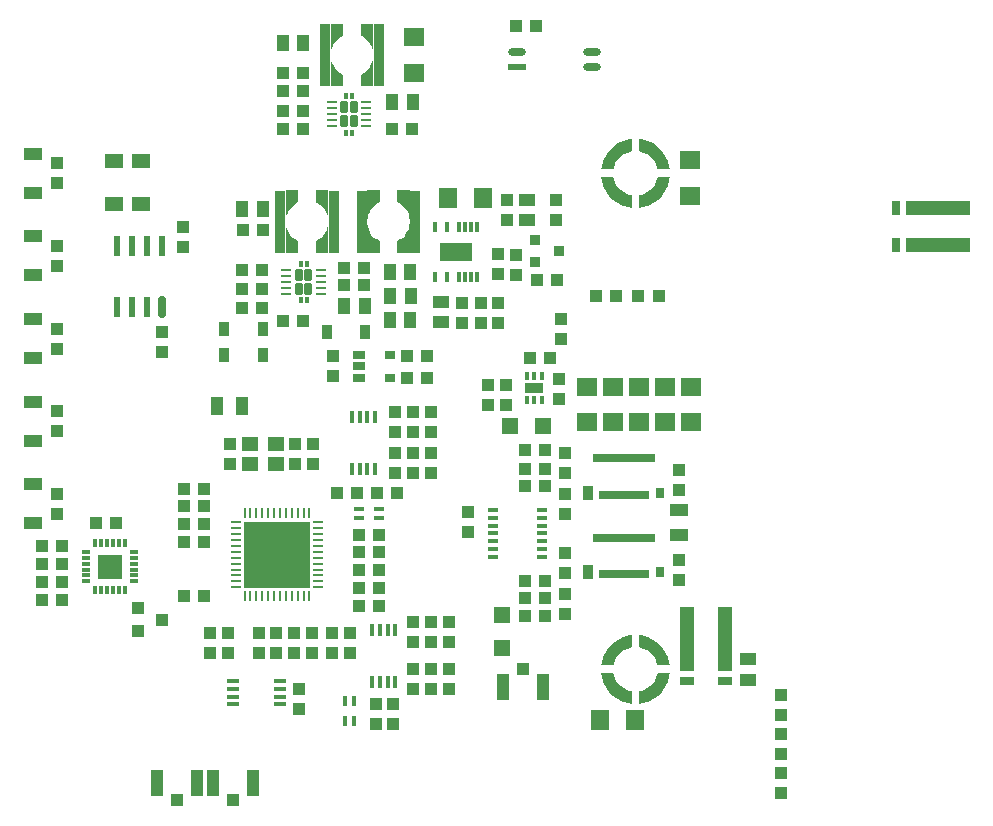
<source format=gbp>
G04*
G04 #@! TF.GenerationSoftware,Altium Limited,Altium Designer,20.2.4 (192)*
G04*
G04 Layer_Color=128*
%FSLAX25Y25*%
%MOIN*%
G70*
G04*
G04 #@! TF.SameCoordinates,632904D4-FBC6-4040-AE52-8F74E4E9F4E0*
G04*
G04*
G04 #@! TF.FilePolarity,Positive*
G04*
G01*
G75*
%ADD62R,0.05512X0.05512*%
%ADD67R,0.03937X0.03937*%
%ADD68R,0.03583X0.04803*%
%ADD71R,0.03347X0.04528*%
%ADD72R,0.03740X0.03543*%
%ADD73R,0.03740X0.03543*%
%ADD74R,0.05118X0.02756*%
%ADD75R,0.05118X0.21260*%
%ADD76R,0.05512X0.04331*%
%ADD77R,0.01614X0.04016*%
%ADD78R,0.22047X0.22047*%
G04:AMPARAMS|DCode=79|XSize=9.84mil|YSize=35.43mil|CornerRadius=2.46mil|HoleSize=0mil|Usage=FLASHONLY|Rotation=270.000|XOffset=0mil|YOffset=0mil|HoleType=Round|Shape=RoundedRectangle|*
%AMROUNDEDRECTD79*
21,1,0.00984,0.03051,0,0,270.0*
21,1,0.00492,0.03543,0,0,270.0*
1,1,0.00492,-0.01526,-0.00246*
1,1,0.00492,-0.01526,0.00246*
1,1,0.00492,0.01526,0.00246*
1,1,0.00492,0.01526,-0.00246*
%
%ADD79ROUNDEDRECTD79*%
G04:AMPARAMS|DCode=80|XSize=9.84mil|YSize=35.43mil|CornerRadius=2.46mil|HoleSize=0mil|Usage=FLASHONLY|Rotation=180.000|XOffset=0mil|YOffset=0mil|HoleType=Round|Shape=RoundedRectangle|*
%AMROUNDEDRECTD80*
21,1,0.00984,0.03051,0,0,180.0*
21,1,0.00492,0.03543,0,0,180.0*
1,1,0.00492,-0.00246,0.01526*
1,1,0.00492,0.00246,0.01526*
1,1,0.00492,0.00246,-0.01526*
1,1,0.00492,-0.00246,-0.01526*
%
%ADD80ROUNDEDRECTD80*%
G04:AMPARAMS|DCode=81|XSize=15.75mil|YSize=43.31mil|CornerRadius=3.94mil|HoleSize=0mil|Usage=FLASHONLY|Rotation=270.000|XOffset=0mil|YOffset=0mil|HoleType=Round|Shape=RoundedRectangle|*
%AMROUNDEDRECTD81*
21,1,0.01575,0.03543,0,0,270.0*
21,1,0.00787,0.04331,0,0,270.0*
1,1,0.00787,-0.01772,-0.00394*
1,1,0.00787,-0.01772,0.00394*
1,1,0.00787,0.01772,0.00394*
1,1,0.00787,0.01772,-0.00394*
%
%ADD81ROUNDEDRECTD81*%
%ADD82R,0.03543X0.02717*%
%ADD83R,0.03898X0.02717*%
%ADD85R,0.01181X0.02953*%
%ADD86R,0.02953X0.01181*%
%ADD87R,0.05512X0.04724*%
%ADD88R,0.05906X0.04331*%
%ADD89R,0.03740X0.20866*%
G04:AMPARAMS|DCode=92|XSize=9.06mil|YSize=31.5mil|CornerRadius=1.81mil|HoleSize=0mil|Usage=FLASHONLY|Rotation=90.000|XOffset=0mil|YOffset=0mil|HoleType=Round|Shape=RoundedRectangle|*
%AMROUNDEDRECTD92*
21,1,0.00906,0.02787,0,0,90.0*
21,1,0.00543,0.03150,0,0,90.0*
1,1,0.00362,0.01394,0.00272*
1,1,0.00362,0.01394,-0.00272*
1,1,0.00362,-0.01394,-0.00272*
1,1,0.00362,-0.01394,0.00272*
%
%ADD92ROUNDEDRECTD92*%
%ADD93R,0.05512X0.05512*%
G04:AMPARAMS|DCode=94|XSize=31.5mil|YSize=15.75mil|CornerRadius=1.97mil|HoleSize=0mil|Usage=FLASHONLY|Rotation=0.000|XOffset=0mil|YOffset=0mil|HoleType=Round|Shape=RoundedRectangle|*
%AMROUNDEDRECTD94*
21,1,0.03150,0.01181,0,0,0.0*
21,1,0.02756,0.01575,0,0,0.0*
1,1,0.00394,0.01378,-0.00591*
1,1,0.00394,-0.01378,-0.00591*
1,1,0.00394,-0.01378,0.00591*
1,1,0.00394,0.01378,0.00591*
%
%ADD94ROUNDEDRECTD94*%
%ADD95R,0.04331X0.05512*%
%ADD96R,0.05984X0.02402*%
%ADD97O,0.05984X0.02402*%
G04:AMPARAMS|DCode=98|XSize=23.62mil|YSize=70.87mil|CornerRadius=5.91mil|HoleSize=0mil|Usage=FLASHONLY|Rotation=0.000|XOffset=0mil|YOffset=0mil|HoleType=Round|Shape=RoundedRectangle|*
%AMROUNDEDRECTD98*
21,1,0.02362,0.05906,0,0,0.0*
21,1,0.01181,0.07087,0,0,0.0*
1,1,0.01181,0.00591,-0.02953*
1,1,0.01181,-0.00591,-0.02953*
1,1,0.01181,-0.00591,0.02953*
1,1,0.01181,0.00591,0.02953*
%
%ADD98ROUNDEDRECTD98*%
%ADD99R,0.02362X0.07087*%
%ADD100R,0.06299X0.04331*%
%ADD101R,0.03937X0.04331*%
G04:AMPARAMS|DCode=102|XSize=62.99mil|YSize=35.04mil|CornerRadius=1.75mil|HoleSize=0mil|Usage=FLASHONLY|Rotation=0.000|XOffset=0mil|YOffset=0mil|HoleType=Round|Shape=RoundedRectangle|*
%AMROUNDEDRECTD102*
21,1,0.06299,0.03154,0,0,0.0*
21,1,0.05949,0.03504,0,0,0.0*
1,1,0.00350,0.02974,-0.01577*
1,1,0.00350,-0.02974,-0.01577*
1,1,0.00350,-0.02974,0.01577*
1,1,0.00350,0.02974,0.01577*
%
%ADD102ROUNDEDRECTD102*%
G04:AMPARAMS|DCode=103|XSize=11.81mil|YSize=27.56mil|CornerRadius=1.77mil|HoleSize=0mil|Usage=FLASHONLY|Rotation=0.000|XOffset=0mil|YOffset=0mil|HoleType=Round|Shape=RoundedRectangle|*
%AMROUNDEDRECTD103*
21,1,0.01181,0.02402,0,0,0.0*
21,1,0.00827,0.02756,0,0,0.0*
1,1,0.00354,0.00413,-0.01201*
1,1,0.00354,-0.00413,-0.01201*
1,1,0.00354,-0.00413,0.01201*
1,1,0.00354,0.00413,0.01201*
%
%ADD103ROUNDEDRECTD103*%
%ADD104R,0.06102X0.04528*%
%ADD105R,0.01575X0.03543*%
%ADD106R,0.11024X0.06299*%
%ADD107R,0.01181X0.03543*%
%ADD108R,0.06299X0.07087*%
%ADD109R,0.04134X0.08661*%
%ADD110R,0.04331X0.03937*%
%ADD111R,0.07087X0.06299*%
%ADD112R,0.02756X0.05118*%
%ADD113R,0.21260X0.05118*%
%ADD114R,0.04331X0.05906*%
%ADD115R,0.03543X0.01575*%
G04:AMPARAMS|DCode=169|XSize=41.34mil|YSize=26.77mil|CornerRadius=5.35mil|HoleSize=0mil|Usage=FLASHONLY|Rotation=270.000|XOffset=0mil|YOffset=0mil|HoleType=Round|Shape=RoundedRectangle|*
%AMROUNDEDRECTD169*
21,1,0.04134,0.01606,0,0,270.0*
21,1,0.03063,0.02677,0,0,270.0*
1,1,0.01071,-0.00803,-0.01532*
1,1,0.01071,-0.00803,0.01532*
1,1,0.01071,0.00803,0.01532*
1,1,0.01071,0.00803,-0.01532*
%
%ADD169ROUNDEDRECTD169*%
G04:AMPARAMS|DCode=170|XSize=19.68mil|YSize=10.24mil|CornerRadius=0.51mil|HoleSize=0mil|Usage=FLASHONLY|Rotation=270.000|XOffset=0mil|YOffset=0mil|HoleType=Round|Shape=RoundedRectangle|*
%AMROUNDEDRECTD170*
21,1,0.01968,0.00921,0,0,270.0*
21,1,0.01866,0.01024,0,0,270.0*
1,1,0.00102,-0.00461,-0.00933*
1,1,0.00102,-0.00461,0.00933*
1,1,0.00102,0.00461,0.00933*
1,1,0.00102,0.00461,-0.00933*
%
%ADD170ROUNDEDRECTD170*%
%ADD171R,0.07874X0.07874*%
%ADD172R,0.20866X0.02559*%
%ADD173R,0.16535X0.02559*%
%ADD174R,0.02559X0.03740*%
G36*
X121260Y259842D02*
X121063Y261614D01*
X120866Y262402D01*
X120276Y263583D01*
X119685Y264370D01*
X118504Y265551D01*
X117520Y266142D01*
X117126Y266339D01*
Y270276D01*
X121260D01*
Y259842D01*
D02*
G37*
G36*
X111221Y266339D02*
X110433Y265945D01*
X109843Y265551D01*
X108465Y264173D01*
X107874Y263189D01*
X107677Y262795D01*
X107283Y261614D01*
X107087Y259842D01*
Y270276D01*
X111221D01*
Y266339D01*
D02*
G37*
G36*
X121260Y249410D02*
X117126D01*
Y253346D01*
X118110Y253937D01*
X118898Y254528D01*
X119488Y255118D01*
X120079Y255906D01*
X120669Y257087D01*
X120866Y257480D01*
X121063Y258268D01*
X121260Y259842D01*
Y249410D01*
D02*
G37*
G36*
X107283Y258071D02*
X107480Y257283D01*
X108071Y256102D01*
X108465Y255512D01*
X109449Y254528D01*
X110236Y253937D01*
X111221Y253346D01*
Y249410D01*
X107087D01*
Y259842D01*
X107283Y258071D01*
D02*
G37*
G36*
X210906Y231789D02*
X212771Y231253D01*
X214521Y230411D01*
X216104Y229288D01*
X217477Y227915D01*
X218600Y226332D01*
X219442Y224582D01*
X219978Y222717D01*
X220086Y221752D01*
X216031D01*
Y221753D01*
X215912Y222314D01*
X215545Y223400D01*
X215017Y224417D01*
X214340Y225342D01*
X213530Y226152D01*
X212605Y226829D01*
X211588Y227357D01*
X210502Y227723D01*
X209941Y227842D01*
Y231897D01*
X210906Y231789D01*
D02*
G37*
G36*
X207382Y227842D02*
X207381D01*
X206820Y227723D01*
X205734Y227356D01*
X204717Y226828D01*
X203792Y226151D01*
X202982Y225341D01*
X202305Y224416D01*
X201777Y223399D01*
X201411Y222313D01*
X201291Y221752D01*
X197237D01*
X197345Y222717D01*
X197881Y224582D01*
X198723Y226332D01*
X199846Y227915D01*
X201219Y229288D01*
X202802Y230411D01*
X204552Y231253D01*
X206417Y231789D01*
X207382Y231897D01*
X207382Y227842D01*
D02*
G37*
G36*
X220086Y219193D02*
X219978Y218228D01*
X219442Y216363D01*
X218600Y214613D01*
X217477Y213030D01*
X216104Y211657D01*
X214521Y210534D01*
X212771Y209692D01*
X210906Y209156D01*
X209941Y209048D01*
Y213103D01*
X209942D01*
Y213103D01*
X210503Y213222D01*
X211589Y213589D01*
X212606Y214117D01*
X213531Y214794D01*
X214341Y215604D01*
X215018Y216529D01*
X215546Y217546D01*
X215912Y218632D01*
X216032Y219193D01*
X220086D01*
Y219193D01*
D02*
G37*
G36*
X201292Y219192D02*
X201292Y219192D01*
X201411Y218631D01*
X201778Y217545D01*
X202306Y216528D01*
X202983Y215603D01*
X203793Y214793D01*
X204718Y214116D01*
X205735Y213588D01*
X206821Y213222D01*
X207382Y213102D01*
Y209048D01*
X207382Y209048D01*
X206417Y209156D01*
X204552Y209692D01*
X202802Y210534D01*
X201219Y211657D01*
X199846Y213030D01*
X198723Y214613D01*
X197881Y216363D01*
X197345Y218228D01*
X197237Y219193D01*
X201292Y219193D01*
Y219192D01*
D02*
G37*
G36*
X133465Y204331D02*
X133268Y206102D01*
X133071Y206890D01*
X132480Y208071D01*
X131890Y208858D01*
X130709Y210039D01*
X129725Y210630D01*
X129331Y210827D01*
Y214764D01*
X133465D01*
Y204331D01*
D02*
G37*
G36*
X123425Y210827D02*
X122638Y210433D01*
X122047Y210039D01*
X120669Y208661D01*
X120079Y207677D01*
X119882Y207283D01*
X119488Y206102D01*
X119291Y204331D01*
Y214764D01*
X123425D01*
Y210827D01*
D02*
G37*
G36*
X106299Y204331D02*
X106102Y206102D01*
X105905Y206890D01*
X105315Y208071D01*
X104724Y208858D01*
X103543Y210039D01*
X102559Y210630D01*
X102165Y210827D01*
Y214764D01*
X106299D01*
Y204331D01*
D02*
G37*
G36*
X96260Y210827D02*
X95473Y210433D01*
X94882Y210039D01*
X93504Y208661D01*
X92913Y207677D01*
X92717Y207283D01*
X92323Y206102D01*
X92126Y204331D01*
Y214764D01*
X96260D01*
Y210827D01*
D02*
G37*
G36*
X133465Y193898D02*
X129331D01*
Y197835D01*
X130315Y198425D01*
X131102Y199016D01*
X131693Y199606D01*
X132283Y200394D01*
X132874Y201575D01*
X133071Y201969D01*
X133268Y202756D01*
X133465Y204331D01*
Y193898D01*
D02*
G37*
G36*
X119488Y202559D02*
X119685Y201772D01*
X120276Y200591D01*
X120669Y200000D01*
X121654Y199016D01*
X122441Y198425D01*
X123425Y197835D01*
Y193898D01*
X119291D01*
Y204331D01*
X119488Y202559D01*
D02*
G37*
G36*
X106299Y193898D02*
X102165D01*
Y197835D01*
X103150Y198425D01*
X103937Y199016D01*
X104528Y199606D01*
X105118Y200394D01*
X105709Y201575D01*
X105905Y201969D01*
X106102Y202756D01*
X106299Y204331D01*
Y193898D01*
D02*
G37*
G36*
X92323Y202559D02*
X92520Y201772D01*
X93110Y200591D01*
X93504Y200000D01*
X94488Y199016D01*
X95276Y198425D01*
X96260Y197835D01*
Y193898D01*
X92126D01*
Y204331D01*
X92323Y202559D01*
D02*
G37*
G36*
X210906Y66435D02*
X212771Y65898D01*
X214521Y65057D01*
X216104Y63933D01*
X217477Y62561D01*
X218600Y60977D01*
X219442Y59228D01*
X219978Y57362D01*
X220086Y56398D01*
X216031D01*
Y56399D01*
X215912Y56960D01*
X215545Y58046D01*
X215017Y59063D01*
X214340Y59987D01*
X213530Y60798D01*
X212605Y61475D01*
X211588Y62002D01*
X210502Y62369D01*
X209941Y62488D01*
Y66543D01*
X210906Y66435D01*
D02*
G37*
G36*
X207382Y62488D02*
X207381D01*
X206820Y62368D01*
X205734Y62002D01*
X204717Y61474D01*
X203792Y60797D01*
X202982Y59986D01*
X202305Y59062D01*
X201777Y58044D01*
X201411Y56958D01*
X201291Y56398D01*
X197237D01*
X197345Y57362D01*
X197881Y59228D01*
X198723Y60977D01*
X199846Y62561D01*
X201219Y63933D01*
X202802Y65057D01*
X204552Y65898D01*
X206417Y66435D01*
X207382Y66543D01*
X207382Y62488D01*
D02*
G37*
G36*
X220086Y53839D02*
X219978Y52874D01*
X219442Y51008D01*
X218600Y49259D01*
X217477Y47675D01*
X216104Y46303D01*
X214521Y45180D01*
X212771Y44338D01*
X210906Y43802D01*
X209941Y43694D01*
Y47748D01*
X209942D01*
Y47748D01*
X210503Y47868D01*
X211589Y48234D01*
X212606Y48762D01*
X213531Y49439D01*
X214341Y50250D01*
X215018Y51175D01*
X215546Y52192D01*
X215912Y53278D01*
X216032Y53839D01*
X220086D01*
Y53839D01*
D02*
G37*
G36*
X201292Y53837D02*
X201292Y53837D01*
X201411Y53276D01*
X201778Y52191D01*
X202306Y51174D01*
X202983Y50249D01*
X203793Y49439D01*
X204718Y48762D01*
X205735Y48234D01*
X206821Y47868D01*
X207382Y47748D01*
Y43694D01*
X207382Y43694D01*
X206417Y43802D01*
X204552Y44338D01*
X202802Y45180D01*
X201219Y46303D01*
X199846Y47675D01*
X198723Y49259D01*
X197881Y51008D01*
X197345Y52874D01*
X197237Y53839D01*
X201292Y53839D01*
Y53837D01*
D02*
G37*
D62*
X164173Y73228D02*
D03*
Y62205D02*
D03*
D67*
X50984Y71653D02*
D03*
X42717Y75394D02*
D03*
Y67913D02*
D03*
X74410Y11417D02*
D03*
X171260Y55118D02*
D03*
X55905Y11417D02*
D03*
D68*
X71516Y159843D02*
D03*
X84390D02*
D03*
X84390Y168504D02*
D03*
X71516D02*
D03*
X105768Y167717D02*
D03*
X118642D02*
D03*
D71*
X192717Y87402D02*
D03*
Y113779D02*
D03*
D72*
X175197Y190748D02*
D03*
X183071Y194488D02*
D03*
D73*
X175197Y198228D02*
D03*
D74*
X238583Y51378D02*
D03*
X225984D02*
D03*
D75*
Y65354D02*
D03*
X238583D02*
D03*
D76*
X143898Y177657D02*
D03*
Y170768D02*
D03*
X246063Y58563D02*
D03*
Y51673D02*
D03*
X172441Y204823D02*
D03*
Y211713D02*
D03*
D77*
X123524Y68307D02*
D03*
X120965D02*
D03*
X128642D02*
D03*
X126083D02*
D03*
X123524Y50984D02*
D03*
X120965D02*
D03*
X128642D02*
D03*
X126083D02*
D03*
X119272Y122047D02*
D03*
X121831D02*
D03*
X114154D02*
D03*
X116713D02*
D03*
X119272Y139370D02*
D03*
X121831D02*
D03*
X114154D02*
D03*
X116713D02*
D03*
D78*
X89173Y93307D02*
D03*
D79*
X75591Y104134D02*
D03*
Y102165D02*
D03*
Y100197D02*
D03*
Y98228D02*
D03*
Y96260D02*
D03*
Y94291D02*
D03*
Y92323D02*
D03*
Y90354D02*
D03*
Y88386D02*
D03*
Y86417D02*
D03*
Y84449D02*
D03*
Y82480D02*
D03*
X102756D02*
D03*
Y84449D02*
D03*
Y86417D02*
D03*
Y88386D02*
D03*
Y90354D02*
D03*
Y92323D02*
D03*
Y94291D02*
D03*
Y96260D02*
D03*
Y98228D02*
D03*
Y100197D02*
D03*
Y102165D02*
D03*
Y104134D02*
D03*
D80*
X78347Y79528D02*
D03*
X80315D02*
D03*
X82284D02*
D03*
X84252D02*
D03*
X86221D02*
D03*
X88189D02*
D03*
X90158D02*
D03*
X92126D02*
D03*
X94095D02*
D03*
X96063D02*
D03*
X98032D02*
D03*
X100000D02*
D03*
Y107087D02*
D03*
X98032D02*
D03*
X96063D02*
D03*
X94095D02*
D03*
X92126D02*
D03*
X90158D02*
D03*
X88189D02*
D03*
X86221D02*
D03*
X84252D02*
D03*
X82284D02*
D03*
X80315D02*
D03*
X78347D02*
D03*
D81*
X74410Y43406D02*
D03*
Y45965D02*
D03*
Y48524D02*
D03*
Y51083D02*
D03*
X90158Y43406D02*
D03*
Y45965D02*
D03*
Y48524D02*
D03*
Y51083D02*
D03*
D82*
X126752Y152362D02*
D03*
Y159843D02*
D03*
D83*
X116555Y152362D02*
D03*
Y156102D02*
D03*
Y159843D02*
D03*
D85*
X34449Y81496D02*
D03*
X36417D02*
D03*
X38386D02*
D03*
X28543D02*
D03*
X30512D02*
D03*
X32480D02*
D03*
Y97244D02*
D03*
X30512D02*
D03*
X28543D02*
D03*
X38386D02*
D03*
X36417D02*
D03*
X34449D02*
D03*
D86*
X41339Y90354D02*
D03*
Y92323D02*
D03*
Y94291D02*
D03*
Y84449D02*
D03*
Y86417D02*
D03*
Y88386D02*
D03*
X25591Y90354D02*
D03*
Y92323D02*
D03*
Y94291D02*
D03*
Y84449D02*
D03*
Y86417D02*
D03*
Y88386D02*
D03*
D87*
X88779Y130315D02*
D03*
Y123622D02*
D03*
X80118Y130315D02*
D03*
Y123622D02*
D03*
D88*
X223228Y108071D02*
D03*
Y99803D02*
D03*
D89*
X105217Y259842D02*
D03*
X123130D02*
D03*
X108169Y204331D02*
D03*
X90256D02*
D03*
X117421Y204331D02*
D03*
X135335D02*
D03*
D92*
X118996Y240158D02*
D03*
Y244094D02*
D03*
Y242126D02*
D03*
Y238189D02*
D03*
Y236221D02*
D03*
X107382Y244094D02*
D03*
Y242126D02*
D03*
Y238189D02*
D03*
Y236221D02*
D03*
Y240158D02*
D03*
X92224Y184252D02*
D03*
Y180315D02*
D03*
Y182283D02*
D03*
Y186221D02*
D03*
Y188189D02*
D03*
X103839Y180315D02*
D03*
Y182283D02*
D03*
Y186221D02*
D03*
Y188189D02*
D03*
Y184252D02*
D03*
D93*
X166929Y136221D02*
D03*
X177953D02*
D03*
D94*
X161024Y92716D02*
D03*
Y95276D02*
D03*
Y97835D02*
D03*
Y100394D02*
D03*
Y102953D02*
D03*
Y105512D02*
D03*
Y108071D02*
D03*
X177559D02*
D03*
Y105512D02*
D03*
Y102953D02*
D03*
Y100394D02*
D03*
Y97835D02*
D03*
Y95276D02*
D03*
Y92716D02*
D03*
D95*
X134350Y244094D02*
D03*
X127461D02*
D03*
X133563Y187402D02*
D03*
X126673D02*
D03*
X133563Y171653D02*
D03*
X126673D02*
D03*
X133760Y179528D02*
D03*
X126870D02*
D03*
X111516Y176378D02*
D03*
X118405D02*
D03*
X84547Y208661D02*
D03*
X77658D02*
D03*
X91043Y263779D02*
D03*
X97933D02*
D03*
D96*
X169291Y255906D02*
D03*
D97*
Y260906D02*
D03*
X194291Y255906D02*
D03*
Y260906D02*
D03*
D98*
X50807Y175787D02*
D03*
D99*
X45807D02*
D03*
X40807D02*
D03*
X35807D02*
D03*
Y196260D02*
D03*
X40807D02*
D03*
X45807D02*
D03*
X50807D02*
D03*
D100*
X7874Y213976D02*
D03*
Y226969D02*
D03*
Y199409D02*
D03*
Y186417D02*
D03*
Y144291D02*
D03*
Y131299D02*
D03*
Y116732D02*
D03*
Y103740D02*
D03*
Y171850D02*
D03*
Y158858D02*
D03*
D101*
X107874Y152756D02*
D03*
Y159449D02*
D03*
X107480Y60433D02*
D03*
Y67126D02*
D03*
X134449Y127165D02*
D03*
Y120473D02*
D03*
X140551Y55118D02*
D03*
Y48425D02*
D03*
X127953Y43504D02*
D03*
Y36811D02*
D03*
X134449Y134252D02*
D03*
Y140945D02*
D03*
X140551Y64173D02*
D03*
Y70866D02*
D03*
X96457Y48622D02*
D03*
Y41929D02*
D03*
X73622Y123622D02*
D03*
Y130315D02*
D03*
X95276Y130315D02*
D03*
Y123622D02*
D03*
X72835Y60433D02*
D03*
Y67126D02*
D03*
X152756Y100984D02*
D03*
Y107677D02*
D03*
X50787Y160827D02*
D03*
Y167520D02*
D03*
X88976Y67126D02*
D03*
Y60433D02*
D03*
X94882Y67126D02*
D03*
Y60433D02*
D03*
X162992Y177362D02*
D03*
Y170669D02*
D03*
X183071Y145079D02*
D03*
Y151772D02*
D03*
X122047Y36811D02*
D03*
Y43504D02*
D03*
X140354Y127165D02*
D03*
Y120473D02*
D03*
X146457Y55118D02*
D03*
Y48425D02*
D03*
X128543Y120473D02*
D03*
Y127165D02*
D03*
X134646Y48425D02*
D03*
Y55118D02*
D03*
X140354Y134252D02*
D03*
Y140945D02*
D03*
X146457Y64173D02*
D03*
Y70866D02*
D03*
X128543Y140945D02*
D03*
Y134252D02*
D03*
X134646Y70866D02*
D03*
Y64173D02*
D03*
X101181Y123622D02*
D03*
Y130315D02*
D03*
X66929Y67126D02*
D03*
Y60433D02*
D03*
X165748Y204921D02*
D03*
Y211614D02*
D03*
X162992Y186811D02*
D03*
Y193504D02*
D03*
X150787Y170669D02*
D03*
Y177362D02*
D03*
X168898Y193110D02*
D03*
Y186417D02*
D03*
X182283Y211614D02*
D03*
Y204921D02*
D03*
X183858Y171850D02*
D03*
Y165157D02*
D03*
X257087Y20669D02*
D03*
Y13976D02*
D03*
X83071Y67126D02*
D03*
Y60433D02*
D03*
X100787Y67126D02*
D03*
Y60433D02*
D03*
X57874Y195866D02*
D03*
Y202559D02*
D03*
X185039Y106890D02*
D03*
Y113583D02*
D03*
Y127362D02*
D03*
Y120669D02*
D03*
X223228Y121457D02*
D03*
Y114764D02*
D03*
X185039Y93898D02*
D03*
Y87205D02*
D03*
X15748Y196260D02*
D03*
Y189567D02*
D03*
Y141142D02*
D03*
Y134449D02*
D03*
Y113583D02*
D03*
Y106890D02*
D03*
Y168701D02*
D03*
Y162008D02*
D03*
Y223819D02*
D03*
Y217126D02*
D03*
X157087Y177362D02*
D03*
Y170669D02*
D03*
X257087Y46654D02*
D03*
Y39961D02*
D03*
Y33661D02*
D03*
Y26969D02*
D03*
X159449Y143110D02*
D03*
Y149803D02*
D03*
X165354Y149803D02*
D03*
Y143110D02*
D03*
X185039Y80118D02*
D03*
Y73425D02*
D03*
X223228Y84842D02*
D03*
Y91535D02*
D03*
X113386Y67126D02*
D03*
Y60433D02*
D03*
D102*
X174921Y148819D02*
D03*
D103*
X172362Y152736D02*
D03*
X174921D02*
D03*
X177480D02*
D03*
X172362Y144902D02*
D03*
X174921D02*
D03*
X177480D02*
D03*
D104*
X34941Y210335D02*
D03*
Y224705D02*
D03*
X43799D02*
D03*
Y210335D02*
D03*
D105*
X114961Y37795D02*
D03*
Y44488D02*
D03*
X111811D02*
D03*
Y37795D02*
D03*
D106*
X148819Y194291D02*
D03*
D107*
X141929Y186024D02*
D03*
X145866D02*
D03*
X149803D02*
D03*
X151772D02*
D03*
X153740D02*
D03*
X155709D02*
D03*
Y202559D02*
D03*
X153740D02*
D03*
X151772D02*
D03*
X149803D02*
D03*
X145866D02*
D03*
X141929D02*
D03*
D108*
X208661Y38189D02*
D03*
X196850D02*
D03*
X146063Y212205D02*
D03*
X157874D02*
D03*
D109*
X81102Y17323D02*
D03*
X67717D02*
D03*
X177953Y49213D02*
D03*
X164567D02*
D03*
X49213Y17323D02*
D03*
X62598D02*
D03*
D110*
X115945Y113779D02*
D03*
X109252D02*
D03*
X123031Y82284D02*
D03*
X116339D02*
D03*
X122638Y113779D02*
D03*
X129331D02*
D03*
X10827Y84252D02*
D03*
X17520D02*
D03*
Y90158D02*
D03*
X10827D02*
D03*
X35630Y103937D02*
D03*
X28937D02*
D03*
X10827Y78347D02*
D03*
X17520D02*
D03*
X123031Y88189D02*
D03*
X116339D02*
D03*
X139173Y152362D02*
D03*
X132480D02*
D03*
X116339Y100000D02*
D03*
X123031D02*
D03*
X116339Y94095D02*
D03*
X123031D02*
D03*
X171850Y84646D02*
D03*
X178543D02*
D03*
X171850Y78740D02*
D03*
X178543D02*
D03*
X84449Y201575D02*
D03*
X77756D02*
D03*
X118307Y183071D02*
D03*
X111614D02*
D03*
X139173Y159449D02*
D03*
X132480D02*
D03*
X58071Y103543D02*
D03*
X64764D02*
D03*
X58071Y79528D02*
D03*
X64764D02*
D03*
X175787Y185039D02*
D03*
X182480D02*
D03*
X77362Y175591D02*
D03*
X84055D02*
D03*
X84055Y181890D02*
D03*
X77362D02*
D03*
X84055Y188189D02*
D03*
X77362D02*
D03*
X91142Y171260D02*
D03*
X97835D02*
D03*
X127559Y235236D02*
D03*
X134252D02*
D03*
X64764Y115354D02*
D03*
X58071D02*
D03*
X171850Y116142D02*
D03*
X178543D02*
D03*
Y72835D02*
D03*
X171850D02*
D03*
X171850Y128347D02*
D03*
X178543D02*
D03*
X123031Y76378D02*
D03*
X116339D02*
D03*
X91142Y253937D02*
D03*
X97835D02*
D03*
X91142Y235236D02*
D03*
X97835D02*
D03*
X175591Y269685D02*
D03*
X168898D02*
D03*
X97835Y241142D02*
D03*
X91142D02*
D03*
X97835Y248031D02*
D03*
X91142D02*
D03*
X17520Y96063D02*
D03*
X10827D02*
D03*
X58071Y109449D02*
D03*
X64764D02*
D03*
X178543Y122047D02*
D03*
X171850D02*
D03*
X216339Y179528D02*
D03*
X209646D02*
D03*
X202165D02*
D03*
X195473D02*
D03*
X180118Y159055D02*
D03*
X173425D02*
D03*
X118307Y188976D02*
D03*
X111614D02*
D03*
X58071Y97638D02*
D03*
X64764D02*
D03*
D111*
X226772Y224803D02*
D03*
Y212992D02*
D03*
X209842Y149213D02*
D03*
Y137402D02*
D03*
X218504Y149213D02*
D03*
Y137402D02*
D03*
X192520D02*
D03*
Y149213D02*
D03*
X201181Y137402D02*
D03*
Y149213D02*
D03*
X134843Y253937D02*
D03*
Y265748D02*
D03*
X227165Y137402D02*
D03*
Y149213D02*
D03*
D112*
X295473Y196457D02*
D03*
Y209055D02*
D03*
D113*
X309449D02*
D03*
Y196457D02*
D03*
D114*
X69095Y142913D02*
D03*
X77362D02*
D03*
D115*
X123031Y105512D02*
D03*
X116339D02*
D03*
Y108661D02*
D03*
X123031D02*
D03*
D169*
X111614Y242421D02*
D03*
Y237894D02*
D03*
X114764D02*
D03*
Y242421D02*
D03*
X99606Y186516D02*
D03*
Y181988D02*
D03*
X96457D02*
D03*
Y186516D02*
D03*
D170*
X112205Y246260D02*
D03*
X114173D02*
D03*
Y234055D02*
D03*
X112205D02*
D03*
X97047Y178150D02*
D03*
X99016D02*
D03*
Y190354D02*
D03*
X97047D02*
D03*
D171*
X33464Y89369D02*
D03*
D172*
X204724Y99016D02*
D03*
Y125394D02*
D03*
D173*
Y86811D02*
D03*
Y113189D02*
D03*
D174*
X216732Y87402D02*
D03*
Y113779D02*
D03*
M02*

</source>
